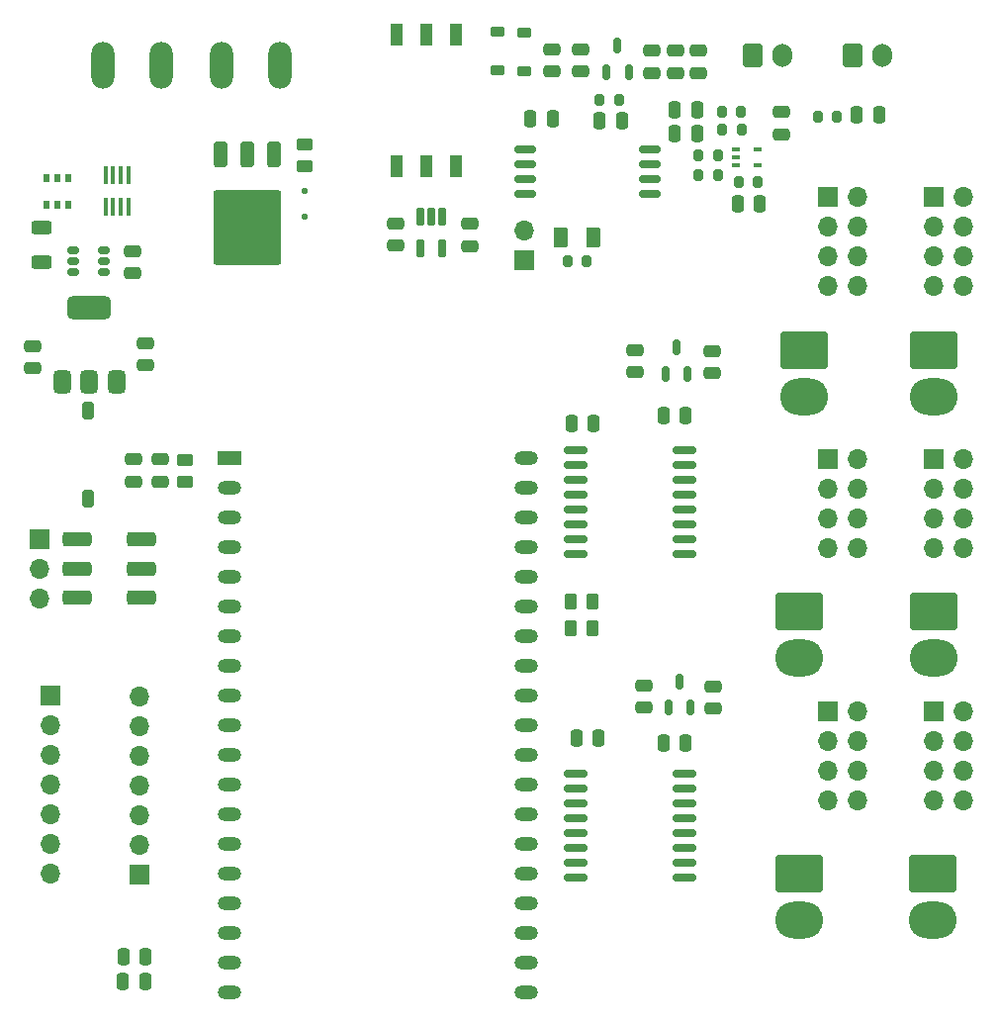
<source format=gts>
G04 #@! TF.GenerationSoftware,KiCad,Pcbnew,8.0.3-8.0.3-0~ubuntu20.04.1*
G04 #@! TF.CreationDate,2025-01-28T06:04:03-03:00*
G04 #@! TF.ProjectId,hv_pulse_controller,68765f70-756c-4736-955f-636f6e74726f,rev?*
G04 #@! TF.SameCoordinates,Original*
G04 #@! TF.FileFunction,Soldermask,Top*
G04 #@! TF.FilePolarity,Negative*
%FSLAX46Y46*%
G04 Gerber Fmt 4.6, Leading zero omitted, Abs format (unit mm)*
G04 Created by KiCad (PCBNEW 8.0.3-8.0.3-0~ubuntu20.04.1) date 2025-01-28 06:04:03*
%MOMM*%
%LPD*%
G01*
G04 APERTURE LIST*
G04 Aperture macros list*
%AMRoundRect*
0 Rectangle with rounded corners*
0 $1 Rounding radius*
0 $2 $3 $4 $5 $6 $7 $8 $9 X,Y pos of 4 corners*
0 Add a 4 corners polygon primitive as box body*
4,1,4,$2,$3,$4,$5,$6,$7,$8,$9,$2,$3,0*
0 Add four circle primitives for the rounded corners*
1,1,$1+$1,$2,$3*
1,1,$1+$1,$4,$5*
1,1,$1+$1,$6,$7*
1,1,$1+$1,$8,$9*
0 Add four rect primitives between the rounded corners*
20,1,$1+$1,$2,$3,$4,$5,0*
20,1,$1+$1,$4,$5,$6,$7,0*
20,1,$1+$1,$6,$7,$8,$9,0*
20,1,$1+$1,$8,$9,$2,$3,0*%
G04 Aperture macros list end*
%ADD10R,1.700000X1.700000*%
%ADD11O,1.700000X1.700000*%
%ADD12RoundRect,0.150000X0.150000X-0.512500X0.150000X0.512500X-0.150000X0.512500X-0.150000X-0.512500X0*%
%ADD13RoundRect,0.200000X-0.200000X-0.275000X0.200000X-0.275000X0.200000X0.275000X-0.200000X0.275000X0*%
%ADD14RoundRect,0.250000X-1.800000X1.330000X-1.800000X-1.330000X1.800000X-1.330000X1.800000X1.330000X0*%
%ADD15O,4.100000X3.160000*%
%ADD16RoundRect,0.250000X0.475000X-0.250000X0.475000X0.250000X-0.475000X0.250000X-0.475000X-0.250000X0*%
%ADD17RoundRect,0.250000X-0.250000X-0.475000X0.250000X-0.475000X0.250000X0.475000X-0.250000X0.475000X0*%
%ADD18RoundRect,0.200000X0.200000X0.275000X-0.200000X0.275000X-0.200000X-0.275000X0.200000X-0.275000X0*%
%ADD19RoundRect,0.125000X0.125000X-0.125000X0.125000X0.125000X-0.125000X0.125000X-0.125000X-0.125000X0*%
%ADD20RoundRect,0.250000X0.375000X0.625000X-0.375000X0.625000X-0.375000X-0.625000X0.375000X-0.625000X0*%
%ADD21RoundRect,0.250000X0.250000X0.475000X-0.250000X0.475000X-0.250000X-0.475000X0.250000X-0.475000X0*%
%ADD22RoundRect,0.175000X0.325000X0.175000X-0.325000X0.175000X-0.325000X-0.175000X0.325000X-0.175000X0*%
%ADD23RoundRect,0.225000X0.375000X-0.225000X0.375000X0.225000X-0.375000X0.225000X-0.375000X-0.225000X0*%
%ADD24RoundRect,0.250000X0.450000X-0.262500X0.450000X0.262500X-0.450000X0.262500X-0.450000X-0.262500X0*%
%ADD25RoundRect,0.250000X-0.475000X0.250000X-0.475000X-0.250000X0.475000X-0.250000X0.475000X0.250000X0*%
%ADD26RoundRect,0.150000X-0.750000X-0.150000X0.750000X-0.150000X0.750000X0.150000X-0.750000X0.150000X0*%
%ADD27RoundRect,0.150000X-0.875000X-0.150000X0.875000X-0.150000X0.875000X0.150000X-0.875000X0.150000X0*%
%ADD28RoundRect,0.250000X-0.262500X-0.450000X0.262500X-0.450000X0.262500X0.450000X-0.262500X0.450000X0*%
%ADD29RoundRect,0.312500X0.937500X-0.312500X0.937500X0.312500X-0.937500X0.312500X-0.937500X-0.312500X0*%
%ADD30RoundRect,0.312500X-0.937500X0.312500X-0.937500X-0.312500X0.937500X-0.312500X0.937500X0.312500X0*%
%ADD31RoundRect,0.250000X-0.250000X0.500000X-0.250000X-0.500000X0.250000X-0.500000X0.250000X0.500000X0*%
%ADD32RoundRect,0.100000X-0.225000X-0.100000X0.225000X-0.100000X0.225000X0.100000X-0.225000X0.100000X0*%
%ADD33RoundRect,0.250000X-0.625000X0.312500X-0.625000X-0.312500X0.625000X-0.312500X0.625000X0.312500X0*%
%ADD34RoundRect,0.100000X-0.100000X0.680000X-0.100000X-0.680000X0.100000X-0.680000X0.100000X0.680000X0*%
%ADD35R,0.510000X0.700000*%
%ADD36R,1.090000X1.830000*%
%ADD37RoundRect,0.054500X0.490500X-0.860500X0.490500X0.860500X-0.490500X0.860500X-0.490500X-0.860500X0*%
%ADD38RoundRect,0.250000X-0.350000X0.850000X-0.350000X-0.850000X0.350000X-0.850000X0.350000X0.850000X0*%
%ADD39RoundRect,0.249997X-2.650003X2.950003X-2.650003X-2.950003X2.650003X-2.950003X2.650003X2.950003X0*%
%ADD40O,2.000000X4.000000*%
%ADD41RoundRect,0.162500X-0.162500X0.617500X-0.162500X-0.617500X0.162500X-0.617500X0.162500X0.617500X0*%
%ADD42RoundRect,0.250000X-0.450000X0.262500X-0.450000X-0.262500X0.450000X-0.262500X0.450000X0.262500X0*%
%ADD43RoundRect,0.250000X-0.600000X-0.750000X0.600000X-0.750000X0.600000X0.750000X-0.600000X0.750000X0*%
%ADD44O,1.700000X2.000000*%
%ADD45RoundRect,0.375000X0.375000X-0.625000X0.375000X0.625000X-0.375000X0.625000X-0.375000X-0.625000X0*%
%ADD46RoundRect,0.500000X1.400000X-0.500000X1.400000X0.500000X-1.400000X0.500000X-1.400000X-0.500000X0*%
%ADD47R,2.000000X1.200000*%
%ADD48O,2.000000X1.200000*%
G04 APERTURE END LIST*
D10*
X102500000Y-109820000D03*
D11*
X102500000Y-112360000D03*
X102500000Y-114900000D03*
D12*
X156075000Y-95612500D03*
X157975000Y-95612500D03*
X157025000Y-93337500D03*
D13*
X160875000Y-73200000D03*
X162525000Y-73200000D03*
D14*
X167500000Y-138410000D03*
D15*
X167500000Y-142370000D03*
D16*
X160025000Y-95600000D03*
X160025000Y-93700000D03*
D14*
X167500000Y-116000000D03*
D15*
X167500000Y-119960000D03*
D17*
X162250000Y-81050000D03*
X164150000Y-81050000D03*
D14*
X179000000Y-116000000D03*
D15*
X179000000Y-119960000D03*
D18*
X162575000Y-74700000D03*
X160925000Y-74700000D03*
D10*
X170000000Y-124500000D03*
D11*
X172540000Y-124500000D03*
X170000000Y-127040000D03*
X172540000Y-127040000D03*
X170000000Y-129580000D03*
X172540000Y-129580000D03*
X170000000Y-132120000D03*
X172540000Y-132120000D03*
D19*
X125200000Y-82175000D03*
X125200000Y-79975000D03*
D10*
X170000000Y-80500000D03*
D11*
X172540000Y-80500000D03*
X170000000Y-83040000D03*
X172540000Y-83040000D03*
X170000000Y-85580000D03*
X172540000Y-85580000D03*
X170000000Y-88120000D03*
X172540000Y-88120000D03*
D16*
X165950000Y-75150000D03*
X165950000Y-73250000D03*
D20*
X149900000Y-84000000D03*
X147100000Y-84000000D03*
D18*
X152082500Y-72200000D03*
X150432500Y-72200000D03*
D12*
X156325000Y-124225000D03*
X158225000Y-124225000D03*
X157275000Y-121950000D03*
D16*
X153425000Y-95525000D03*
X153425000Y-93625000D03*
D10*
X143925000Y-85925000D03*
D11*
X143925000Y-83385000D03*
D21*
X111525000Y-147600000D03*
X109625000Y-147600000D03*
D17*
X144482500Y-73800000D03*
X146382500Y-73800000D03*
D16*
X111500000Y-94900000D03*
X111500000Y-93000000D03*
D10*
X179000000Y-80460000D03*
D11*
X181540000Y-80460000D03*
X179000000Y-83000000D03*
X181540000Y-83000000D03*
X179000000Y-85540000D03*
X181540000Y-85540000D03*
X179000000Y-88080000D03*
X181540000Y-88080000D03*
D12*
X151000000Y-69812500D03*
X152900000Y-69812500D03*
X151950000Y-67537500D03*
D13*
X147675000Y-86000000D03*
X149325000Y-86000000D03*
D22*
X108000000Y-86937500D03*
X108000000Y-85987500D03*
X108000000Y-85037500D03*
X105400000Y-85037500D03*
X105400000Y-85987500D03*
X105400000Y-86937500D03*
D23*
X141650000Y-69700000D03*
X141650000Y-66400000D03*
D24*
X114950000Y-104862500D03*
X114950000Y-103037500D03*
D25*
X132980000Y-82750000D03*
X132980000Y-84650000D03*
D18*
X163975000Y-79250000D03*
X162325000Y-79250000D03*
D26*
X144050000Y-76400000D03*
X144050000Y-77670000D03*
X144050000Y-78940000D03*
X144050000Y-80210000D03*
X154700000Y-80210000D03*
X154700000Y-78940000D03*
X154700000Y-77670000D03*
X154700000Y-76400000D03*
D14*
X178895000Y-138410000D03*
D15*
X178895000Y-142370000D03*
D27*
X148350000Y-102210000D03*
X148350000Y-103480000D03*
X148350000Y-104750000D03*
X148350000Y-106020000D03*
X148350000Y-107290000D03*
X148350000Y-108560000D03*
X148350000Y-109830000D03*
X148350000Y-111100000D03*
X157650000Y-111100000D03*
X157650000Y-109830000D03*
X157650000Y-108560000D03*
X157650000Y-107290000D03*
X157650000Y-106020000D03*
X157650000Y-104750000D03*
X157650000Y-103480000D03*
X157650000Y-102210000D03*
D28*
X147962500Y-115150000D03*
X149787500Y-115150000D03*
D16*
X101850000Y-95150000D03*
X101850000Y-93250000D03*
D29*
X111200000Y-114800000D03*
X111200000Y-112300000D03*
X111200000Y-109800000D03*
D30*
X105700000Y-114800000D03*
D29*
X105700000Y-112300000D03*
X105700000Y-109800000D03*
D10*
X179000000Y-124500000D03*
D11*
X181540000Y-124500000D03*
X179000000Y-127040000D03*
X181540000Y-127040000D03*
X179000000Y-129580000D03*
X181540000Y-129580000D03*
X179000000Y-132120000D03*
X181540000Y-132120000D03*
D23*
X143950000Y-69750000D03*
X143950000Y-66450000D03*
D16*
X148775000Y-69775000D03*
X148775000Y-67875000D03*
D21*
X174350000Y-73500000D03*
X172450000Y-73500000D03*
D16*
X110550000Y-104850000D03*
X110550000Y-102950000D03*
X112800000Y-104850000D03*
X112800000Y-102950000D03*
X160175000Y-124275000D03*
X160175000Y-122375000D03*
X146375000Y-69775000D03*
X146375000Y-67875000D03*
D17*
X156850000Y-73055000D03*
X158750000Y-73055000D03*
D31*
X106650000Y-98800000D03*
X106650000Y-106300000D03*
D16*
X154250000Y-124200000D03*
X154250000Y-122300000D03*
D28*
X147987500Y-117425000D03*
X149812500Y-117425000D03*
D10*
X111000000Y-138500000D03*
D11*
X111000000Y-135960000D03*
X111000000Y-133420000D03*
X111000000Y-130880000D03*
X111000000Y-128340000D03*
X111000000Y-125800000D03*
X111000000Y-123260000D03*
D32*
X162050000Y-76450000D03*
X162050000Y-77100000D03*
X162050000Y-77750000D03*
X163950000Y-77750000D03*
X163950000Y-76450000D03*
D25*
X139280000Y-82800000D03*
X139280000Y-84700000D03*
X110450000Y-85150000D03*
X110450000Y-87050000D03*
D33*
X102650000Y-83137500D03*
X102650000Y-86062500D03*
D14*
X167895000Y-93660000D03*
D15*
X167895000Y-97620000D03*
D18*
X170725000Y-73600000D03*
X169075000Y-73600000D03*
D14*
X179000000Y-93660000D03*
D15*
X179000000Y-97620000D03*
D17*
X148450000Y-126850000D03*
X150350000Y-126850000D03*
D10*
X103450000Y-123210000D03*
D11*
X103450000Y-125750000D03*
X103450000Y-128290000D03*
X103450000Y-130830000D03*
X103450000Y-133370000D03*
X103450000Y-135910000D03*
X103450000Y-138450000D03*
D16*
X158900000Y-69900000D03*
X158900000Y-68000000D03*
D34*
X110080000Y-78675000D03*
X109430000Y-78675000D03*
X108770000Y-78675000D03*
X108120000Y-78675000D03*
X108120000Y-81375000D03*
X108770000Y-81375000D03*
X109430000Y-81375000D03*
X110080000Y-81375000D03*
D35*
X103050000Y-81185000D03*
X104000000Y-81185000D03*
X104950000Y-81185000D03*
X104950000Y-78865000D03*
X104000000Y-78865000D03*
X103050000Y-78865000D03*
D10*
X170000000Y-102960000D03*
D11*
X172540000Y-102960000D03*
X170000000Y-105500000D03*
X172540000Y-105500000D03*
X170000000Y-108040000D03*
X172540000Y-108040000D03*
X170000000Y-110580000D03*
X172540000Y-110580000D03*
D36*
X133085000Y-77870000D03*
D37*
X135625000Y-77870000D03*
X138165000Y-77870000D03*
X138165000Y-66630000D03*
X135625000Y-66630000D03*
X133085000Y-66630000D03*
D38*
X122567500Y-76825000D03*
X120287500Y-76825000D03*
D39*
X120287500Y-83125000D03*
D38*
X118007500Y-76825000D03*
D40*
X118050000Y-69200000D03*
X123050000Y-69200000D03*
D17*
X150432500Y-74000000D03*
X152332500Y-74000000D03*
D41*
X136950000Y-82200000D03*
X136000000Y-82200000D03*
X135050000Y-82200000D03*
X135050000Y-84900000D03*
X136950000Y-84900000D03*
D21*
X111550000Y-145550000D03*
X109650000Y-145550000D03*
D16*
X154900000Y-69900000D03*
X154900000Y-68000000D03*
D17*
X155900000Y-127250000D03*
X157800000Y-127250000D03*
D13*
X158875000Y-78650000D03*
X160525000Y-78650000D03*
D10*
X179000000Y-102960000D03*
D11*
X181540000Y-102960000D03*
X179000000Y-105500000D03*
X181540000Y-105500000D03*
X179000000Y-108040000D03*
X181540000Y-108040000D03*
X179000000Y-110580000D03*
X181540000Y-110580000D03*
D17*
X155875000Y-99210000D03*
X157775000Y-99210000D03*
D42*
X125200000Y-76012500D03*
X125200000Y-77837500D03*
D43*
X163550000Y-68400000D03*
D44*
X166050000Y-68400000D03*
D17*
X156850000Y-75055000D03*
X158750000Y-75055000D03*
D45*
X104450000Y-96300000D03*
X106750000Y-96300000D03*
D46*
X106750000Y-90000000D03*
D45*
X109050000Y-96300000D03*
D21*
X149900000Y-99900000D03*
X148000000Y-99900000D03*
D43*
X172100000Y-68375000D03*
D44*
X174600000Y-68375000D03*
D16*
X156925000Y-69900000D03*
X156925000Y-68000000D03*
D47*
X118725000Y-102871560D03*
D48*
X118725000Y-105411560D03*
X118725000Y-107951560D03*
X118725000Y-110491560D03*
X118725000Y-113031560D03*
X118725000Y-115571560D03*
X118725000Y-118111560D03*
X118725000Y-120651560D03*
X118725000Y-123191560D03*
X118725000Y-125731560D03*
X118725000Y-128271560D03*
X118725000Y-130811560D03*
X118725000Y-133351560D03*
X118725000Y-135891560D03*
X118725000Y-138431560D03*
X118725000Y-140971560D03*
X118725000Y-143511560D03*
X118725000Y-146051560D03*
X118725000Y-148591560D03*
X144121320Y-148588840D03*
X144121320Y-146048840D03*
X144125000Y-143511560D03*
X144125000Y-140971560D03*
X144125000Y-138431560D03*
X144125000Y-135891560D03*
X144125000Y-133351560D03*
X144125000Y-130811560D03*
X144125000Y-128271560D03*
X144125000Y-125731560D03*
X144125000Y-123191560D03*
X144125000Y-120651560D03*
X144125000Y-118111560D03*
X144125000Y-115571560D03*
X144125000Y-113031560D03*
X144125000Y-110491560D03*
X144125000Y-107951560D03*
X144125000Y-105411560D03*
X144125000Y-102871560D03*
D13*
X158875000Y-76950000D03*
X160525000Y-76950000D03*
D27*
X148350000Y-129860000D03*
X148350000Y-131130000D03*
X148350000Y-132400000D03*
X148350000Y-133670000D03*
X148350000Y-134940000D03*
X148350000Y-136210000D03*
X148350000Y-137480000D03*
X148350000Y-138750000D03*
X157650000Y-138750000D03*
X157650000Y-137480000D03*
X157650000Y-136210000D03*
X157650000Y-134940000D03*
X157650000Y-133670000D03*
X157650000Y-132400000D03*
X157650000Y-131130000D03*
X157650000Y-129860000D03*
D40*
X107900000Y-69200000D03*
X112900000Y-69200000D03*
M02*

</source>
